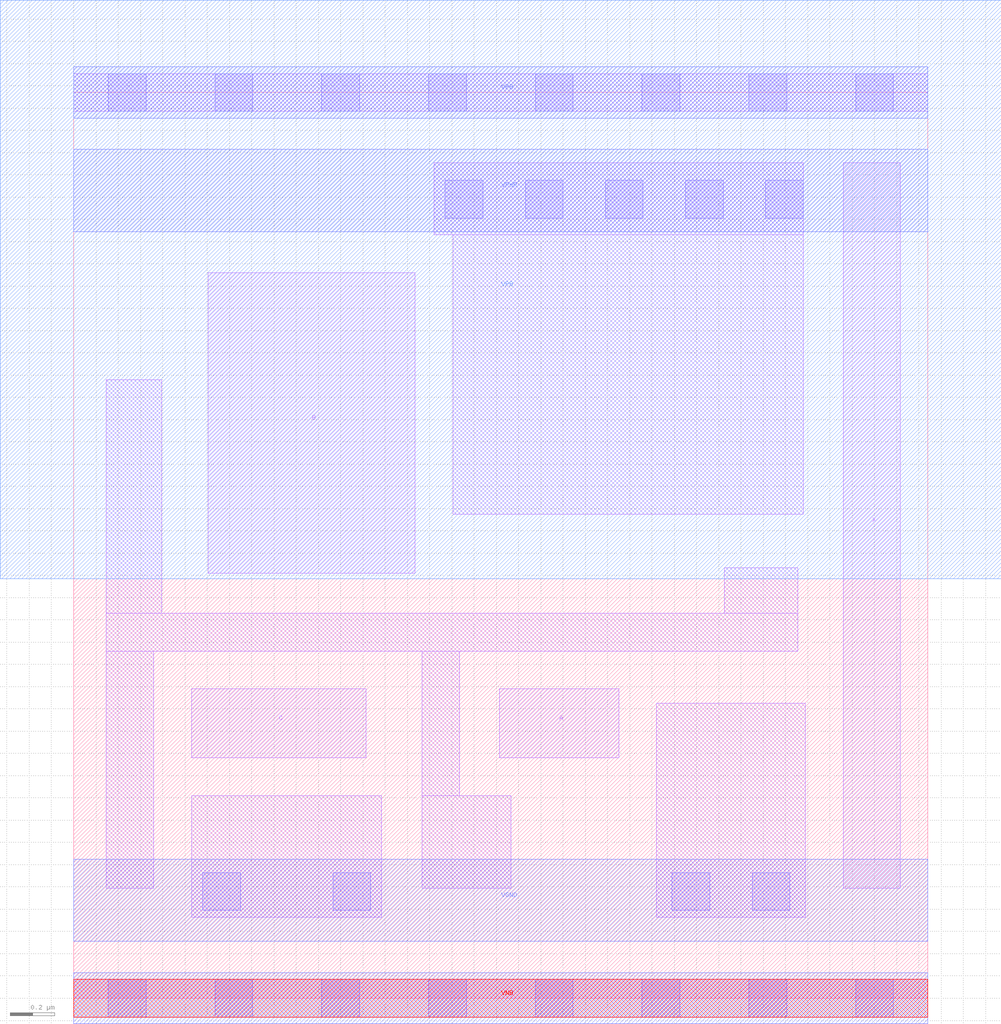
<source format=lef>
# Copyright 2020 The SkyWater PDK Authors
#
# Licensed under the Apache License, Version 2.0 (the "License");
# you may not use this file except in compliance with the License.
# You may obtain a copy of the License at
#
#     https://www.apache.org/licenses/LICENSE-2.0
#
# Unless required by applicable law or agreed to in writing, software
# distributed under the License is distributed on an "AS IS" BASIS,
# WITHOUT WARRANTIES OR CONDITIONS OF ANY KIND, either express or implied.
# See the License for the specific language governing permissions and
# limitations under the License.
#
# SPDX-License-Identifier: Apache-2.0

VERSION 5.7 ;
  NOWIREEXTENSIONATPIN ON ;
  DIVIDERCHAR "/" ;
  BUSBITCHARS "[]" ;
MACRO sky130_fd_sc_hvl__or3_1
  CLASS CORE ;
  FOREIGN sky130_fd_sc_hvl__or3_1 ;
  ORIGIN  0.000000  0.000000 ;
  SIZE  3.840000 BY  4.070000 ;
  SYMMETRY X Y ;
  SITE unithv ;
  PIN A
    ANTENNAGATEAREA  0.420000 ;
    DIRECTION INPUT ;
    USE SIGNAL ;
    PORT
      LAYER li1 ;
        RECT 1.915000 1.080000 2.450000 1.390000 ;
    END
  END A
  PIN B
    ANTENNAGATEAREA  0.420000 ;
    DIRECTION INPUT ;
    USE SIGNAL ;
    PORT
      LAYER li1 ;
        RECT 0.605000 1.910000 1.535000 3.260000 ;
    END
  END B
  PIN C
    ANTENNAGATEAREA  0.420000 ;
    DIRECTION INPUT ;
    USE SIGNAL ;
    PORT
      LAYER li1 ;
        RECT 0.530000 1.080000 1.315000 1.390000 ;
    END
  END C
  PIN X
    ANTENNADIFFAREA  0.626250 ;
    DIRECTION OUTPUT ;
    USE SIGNAL ;
    PORT
      LAYER li1 ;
        RECT 3.460000 0.495000 3.715000 3.755000 ;
    END
  END X
  PIN VGND
    DIRECTION INOUT ;
    USE GROUND ;
    PORT
      LAYER met1 ;
        RECT 0.000000 0.255000 3.840000 0.625000 ;
    END
  END VGND
  PIN VNB
    DIRECTION INOUT ;
    USE GROUND ;
    PORT
      LAYER met1 ;
        RECT 0.000000 -0.115000 3.840000 0.115000 ;
      LAYER pwell ;
        RECT 0.000000 -0.085000 3.840000 0.085000 ;
    END
  END VNB
  PIN VPB
    DIRECTION INOUT ;
    USE POWER ;
    PORT
      LAYER met1 ;
        RECT 0.000000 3.955000 3.840000 4.185000 ;
      LAYER nwell ;
        RECT -0.330000 1.885000 4.170000 4.485000 ;
    END
  END VPB
  PIN VPWR
    DIRECTION INOUT ;
    USE POWER ;
    PORT
      LAYER met1 ;
        RECT 0.000000 3.445000 3.840000 3.815000 ;
    END
  END VPWR
  OBS
    LAYER li1 ;
      RECT 0.000000 -0.085000 3.840000 0.085000 ;
      RECT 0.000000  3.985000 3.840000 4.155000 ;
      RECT 0.145000  0.495000 0.360000 1.560000 ;
      RECT 0.145000  1.560000 3.255000 1.730000 ;
      RECT 0.145000  1.730000 0.395000 2.780000 ;
      RECT 0.530000  0.365000 1.385000 0.910000 ;
      RECT 1.565000  0.495000 1.965000 0.910000 ;
      RECT 1.565000  0.910000 1.735000 1.560000 ;
      RECT 1.620000  3.430000 3.280000 3.755000 ;
      RECT 1.705000  2.175000 3.280000 3.430000 ;
      RECT 2.620000  0.365000 3.290000 1.325000 ;
      RECT 2.925000  1.730000 3.255000 1.935000 ;
    LAYER mcon ;
      RECT 0.155000 -0.085000 0.325000 0.085000 ;
      RECT 0.155000  3.985000 0.325000 4.155000 ;
      RECT 0.580000  0.395000 0.750000 0.565000 ;
      RECT 0.635000 -0.085000 0.805000 0.085000 ;
      RECT 0.635000  3.985000 0.805000 4.155000 ;
      RECT 1.115000 -0.085000 1.285000 0.085000 ;
      RECT 1.115000  3.985000 1.285000 4.155000 ;
      RECT 1.165000  0.395000 1.335000 0.565000 ;
      RECT 1.595000 -0.085000 1.765000 0.085000 ;
      RECT 1.595000  3.985000 1.765000 4.155000 ;
      RECT 1.670000  3.505000 1.840000 3.675000 ;
      RECT 2.030000  3.505000 2.200000 3.675000 ;
      RECT 2.075000 -0.085000 2.245000 0.085000 ;
      RECT 2.075000  3.985000 2.245000 4.155000 ;
      RECT 2.390000  3.505000 2.560000 3.675000 ;
      RECT 2.555000 -0.085000 2.725000 0.085000 ;
      RECT 2.555000  3.985000 2.725000 4.155000 ;
      RECT 2.690000  0.395000 2.860000 0.565000 ;
      RECT 2.750000  3.505000 2.920000 3.675000 ;
      RECT 3.035000 -0.085000 3.205000 0.085000 ;
      RECT 3.035000  3.985000 3.205000 4.155000 ;
      RECT 3.050000  0.395000 3.220000 0.565000 ;
      RECT 3.110000  3.505000 3.280000 3.675000 ;
      RECT 3.515000 -0.085000 3.685000 0.085000 ;
      RECT 3.515000  3.985000 3.685000 4.155000 ;
  END
END sky130_fd_sc_hvl__or3_1
END LIBRARY

</source>
